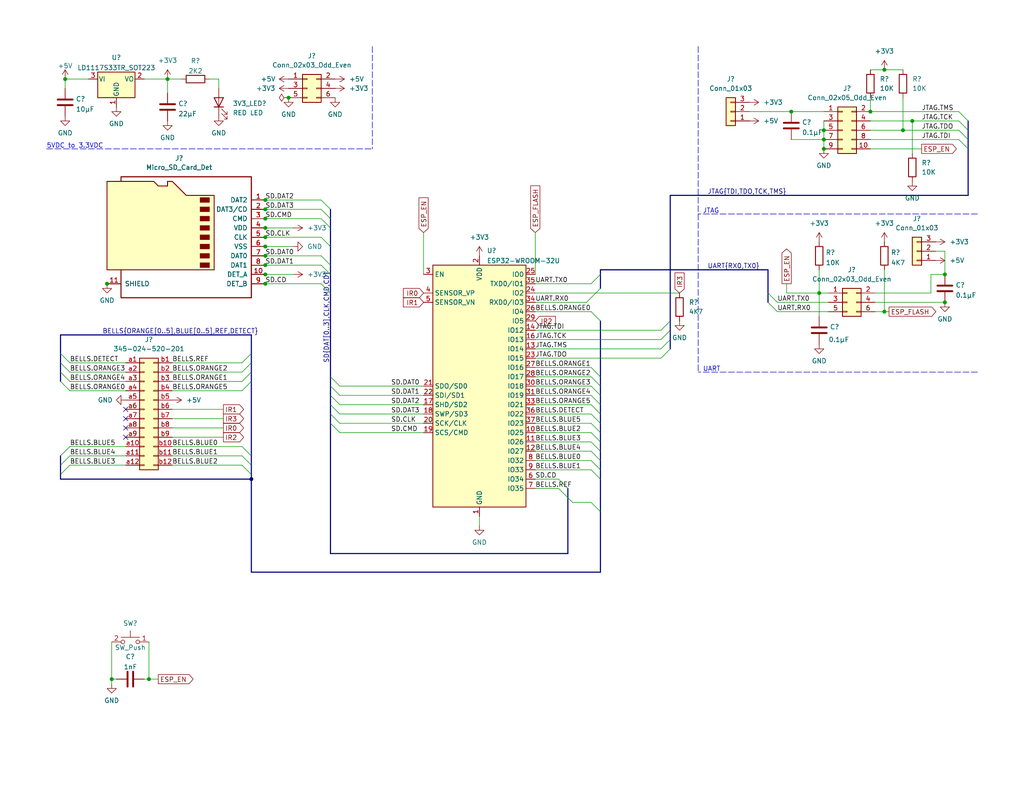
<source format=kicad_sch>
(kicad_sch (version 20211123) (generator eeschema)
  (paper "A")
  (title_block (title "ESP Carilloneur") (date "2022-12-23") (company "AGMLego"))
  (lib_symbols
    (symbol "Connector:Micro_SD_Card_Det" (pin_names (offset 1.016))
      (property "Reference" "J" (at -16.51 17.78 0))
      (property "Value" "Micro_SD_Card_Det" (at 16.51 17.78 0))
      (symbol "Micro_SD_Card_Det_0_1"
        (rectangle (start -7.62 -6.985) (end -5.08 -8.255) (fill (type outline)))
        (rectangle (start -7.62 -4.445) (end -5.08 -5.715) (fill (type outline)))
        (rectangle (start -7.62 -1.905) (end -5.08 -3.175) (fill (type outline)))
        (rectangle (start -7.62 0.635) (end -5.08 -0.635) (fill (type outline)))
        (rectangle (start -7.62 3.175) (end -5.08 1.905) (fill (type outline)))
        (rectangle (start -7.62 5.715) (end -5.08 4.445) (fill (type outline)))
        (rectangle (start -7.62 8.255) (end -5.08 6.985) (fill (type outline)))
        (rectangle (start -7.62 10.795) (end -5.08 9.525) (fill (type outline)))
        (polyline (pts (xy 16.51 15.24) (xy 16.51 16.51) (xy -19.05 16.51) (xy -19.05 -16.51) (xy 16.51 -16.51) (xy 16.51 -8.89)) (stroke (width 0.254)))
        (polyline (pts (xy -8.89 -8.89) (xy -8.89 11.43) (xy -1.27 11.43) (xy 2.54 15.24) (xy 3.81 15.24) (xy 3.81 13.97) (xy 6.35 13.97) (xy 7.62 15.24) (xy 20.32 15.24) (xy 20.32 -8.89) (xy -8.89 -8.89)) (stroke (width 0.254)) (fill (type background)))
      )
      (symbol "Micro_SD_Card_Det_1_1"
        (pin bidirectional line (at -22.86 10.16 0) (length 3.81) (name "DAT2") (number "1"))
        (pin passive line (at -22.86 -10.16 0) (length 3.81) (name "DET_A") (number "10"))
        (pin passive line (at 20.32 -12.7 180) (length 3.81) (name "SHIELD") (number "11"))
        (pin bidirectional line (at -22.86 7.62 0) (length 3.81) (name "DAT3/CD") (number "2"))
        (pin input line (at -22.86 5.08 0) (length 3.81) (name "CMD") (number "3"))
        (pin power_in line (at -22.86 2.54 0) (length 3.81) (name "VDD") (number "4"))
        (pin input line (at -22.86 0 0) (length 3.81) (name "CLK") (number "5"))
        (pin power_in line (at -22.86 -2.54 0) (length 3.81) (name "VSS") (number "6"))
        (pin bidirectional line (at -22.86 -5.08 0) (length 3.81) (name "DAT0") (number "7"))
        (pin bidirectional line (at -22.86 -7.62 0) (length 3.81) (name "DAT1") (number "8"))
        (pin passive line (at -22.86 -12.7 0) (length 3.81) (name "DET_B") (number "9"))
      )
    )
    (symbol "Connector_Generic:Conn_01x03" (pin_names (offset 1.016) hide)
      (property "Reference" "J" (at 0 5.08 0))
      (property "Value" "Conn_01x03" (at 0 -5.08 0))
      (symbol "Conn_01x03_1_1"
        (rectangle (start -1.27 -2.413) (end 0 -2.667) (stroke (width 0.1524)))
        (rectangle (start -1.27 0.127) (end 0 -0.127) (stroke (width 0.1524)))
        (rectangle (start -1.27 2.667) (end 0 2.413) (stroke (width 0.1524)))
        (rectangle (start -1.27 3.81) (end 1.27 -3.81) (stroke (width 0.254)) (fill (type background)))
        (pin passive line (at -5.08 2.54 0) (length 3.81) (name "Pin_1") (number "1"))
        (pin passive line (at -5.08 0 0) (length 3.81) (name "Pin_2") (number "2"))
        (pin passive line (at -5.08 -2.54 0) (length 3.81) (name "Pin_3") (number "3"))
      )
    )
    (symbol "Connector_Generic:Conn_02x03_Odd_Even" (pin_names (offset 1.016) hide)
      (property "Reference" "J" (at 1.27 5.08 0))
      (property "Value" "Conn_02x03_Odd_Even" (at 1.27 -5.08 0))
      (symbol "Conn_02x03_Odd_Even_1_1"
        (rectangle (start -1.27 -2.413) (end 0 -2.667) (stroke (width 0.1524)))
        (rectangle (start -1.27 0.127) (end 0 -0.127) (stroke (width 0.1524)))
        (rectangle (start -1.27 2.667) (end 0 2.413) (stroke (width 0.1524)))
        (rectangle (start -1.27 3.81) (end 3.81 -3.81) (stroke (width 0.254)) (fill (type background)))
        (rectangle (start 3.81 -2.413) (end 2.54 -2.667) (stroke (width 0.1524)))
        (rectangle (start 3.81 0.127) (end 2.54 -0.127) (stroke (width 0.1524)))
        (rectangle (start 3.81 2.667) (end 2.54 2.413) (stroke (width 0.1524)))
        (pin passive line (at -5.08 2.54 0) (length 3.81) (name "Pin_1") (number "1"))
        (pin passive line (at 7.62 2.54 180) (length 3.81) (name "Pin_2") (number "2"))
        (pin passive line (at -5.08 0 0) (length 3.81) (name "Pin_3") (number "3"))
        (pin passive line (at 7.62 0 180) (length 3.81) (name "Pin_4") (number "4"))
        (pin passive line (at -5.08 -2.54 0) (length 3.81) (name "Pin_5") (number "5"))
        (pin passive line (at 7.62 -2.54 180) (length 3.81) (name "Pin_6") (number "6"))
      )
    )
    (symbol "Connector_Generic:Conn_02x05_Odd_Even" (pin_names (offset 1.016) hide)
      (property "Reference" "J" (at 1.27 7.62 0))
      (property "Value" "Conn_02x05_Odd_Even" (at 1.27 -7.62 0))
      (symbol "Conn_02x05_Odd_Even_1_1"
        (rectangle (start -1.27 -4.953) (end 0 -5.207) (stroke (width 0.1524)))
        (rectangle (start -1.27 -2.413) (end 0 -2.667) (stroke (width 0.1524)))
        (rectangle (start -1.27 0.127) (end 0 -0.127) (stroke (width 0.1524)))
        (rectangle (start -1.27 2.667) (end 0 2.413) (stroke (width 0.1524)))
        (rectangle (start -1.27 5.207) (end 0 4.953) (stroke (width 0.1524)))
        (rectangle (start -1.27 6.35) (end 3.81 -6.35) (stroke (width 0.254)) (fill (type background)))
        (rectangle (start 3.81 -4.953) (end 2.54 -5.207) (stroke (width 0.1524)))
        (rectangle (start 3.81 -2.413) (end 2.54 -2.667) (stroke (width 0.1524)))
        (rectangle (start 3.81 0.127) (end 2.54 -0.127) (stroke (width 0.1524)))
        (rectangle (start 3.81 2.667) (end 2.54 2.413) (stroke (width 0.1524)))
        (rectangle (start 3.81 5.207) (end 2.54 4.953) (stroke (width 0.1524)))
        (pin passive line (at -5.08 5.08 0) (length 3.81) (name "Pin_1") (number "1"))
        (pin passive line (at 7.62 -5.08 180) (length 3.81) (name "Pin_10") (number "10"))
        (pin passive line (at 7.62 5.08 180) (length 3.81) (name "Pin_2") (number "2"))
        (pin passive line (at -5.08 2.54 0) (length 3.81) (name "Pin_3") (number "3"))
        (pin passive line (at 7.62 2.54 180) (length 3.81) (name "Pin_4") (number "4"))
        (pin passive line (at -5.08 0 0) (length 3.81) (name "Pin_5") (number "5"))
        (pin passive line (at 7.62 0 180) (length 3.81) (name "Pin_6") (number "6"))
        (pin passive line (at -5.08 -2.54 0) (length 3.81) (name "Pin_7") (number "7"))
        (pin passive line (at 7.62 -2.54 180) (length 3.81) (name "Pin_8") (number "8"))
        (pin passive line (at -5.08 -5.08 0) (length 3.81) (name "Pin_9") (number "9"))
      )
    )
    (symbol "Connector_Generic:Conn_02x12_Row_Letter_First" (pin_names (offset 1.016) hide)
      (property "Reference" "J" (at 1.27 15.24 0))
      (property "Value" "Conn_02x12_Row_Letter_First" (at 1.27 -17.78 0))
      (symbol "Conn_02x12_Row_Letter_First_1_1"
        (rectangle (start -1.27 -15.113) (end 0 -15.367) (stroke (width 0.1524)))
        (rectangle (start -1.27 -12.573) (end 0 -12.827) (stroke (width 0.1524)))
        (rectangle (start -1.27 -10.033) (end 0 -10.287) (stroke (width 0.1524)))
        (rectangle (start -1.27 -7.493) (end 0 -7.747) (stroke (width 0.1524)))
        (rectangle (start -1.27 -4.953) (end 0 -5.207) (stroke (width 0.1524)))
        (rectangle (start -1.27 -2.413) (end 0 -2.667) (stroke (width 0.1524)))
        (rectangle (start -1.27 0.127) (end 0 -0.127) (stroke (width 0.1524)))
        (rectangle (start -1.27 2.667) (end 0 2.413) (stroke (width 0.1524)))
        (rectangle (start -1.27 5.207) (end 0 4.953) (stroke (width 0.1524)))
        (rectangle (start -1.27 7.747) (end 0 7.493) (stroke (width 0.1524)))
        (rectangle (start -1.27 10.287) (end 0 10.033) (stroke (width 0.1524)))
        (rectangle (start -1.27 12.827) (end 0 12.573) (stroke (width 0.1524)))
        (rectangle (start -1.27 13.97) (end 3.81 -16.51) (stroke (width 0.254)) (fill (type background)))
        (rectangle (start 3.81 -15.113) (end 2.54 -15.367) (stroke (width 0.1524)))
        (rectangle (start 3.81 -12.573) (end 2.54 -12.827) (stroke (width 0.1524)))
        (rectangle (start 3.81 -10.033) (end 2.54 -10.287) (stroke (width 0.1524)))
        (rectangle (start 3.81 -7.493) (end 2.54 -7.747) (stroke (width 0.1524)))
        (rectangle (start 3.81 -4.953) (end 2.54 -5.207) (stroke (width 0.1524)))
        (rectangle (start 3.81 -2.413) (end 2.54 -2.667) (stroke (width 0.1524)))
        (rectangle (start 3.81 0.127) (end 2.54 -0.127) (stroke (width 0.1524)))
        (rectangle (start 3.81 2.667) (end 2.54 2.413) (stroke (width 0.1524)))
        (rectangle (start 3.81 5.207) (end 2.54 4.953) (stroke (width 0.1524)))
        (rectangle (start 3.81 7.747) (end 2.54 7.493) (stroke (width 0.1524)))
        (rectangle (start 3.81 10.287) (end 2.54 10.033) (stroke (width 0.1524)))
        (rectangle (start 3.81 12.827) (end 2.54 12.573) (stroke (width 0.1524)))
        (pin passive line (at -5.08 12.7 0) (length 3.81) (name "Pin_a1") (number "a1"))
        (pin passive line (at -5.08 -10.16 0) (length 3.81) (name "Pin_a10") (number "a10"))
        (pin passive line (at -5.08 -12.7 0) (length 3.81) (name "Pin_a11") (number "a11"))
        (pin passive line (at -5.08 -15.24 0) (length 3.81) (name "Pin_a12") (number "a12"))
        (pin passive line (at -5.08 10.16 0) (length 3.81) (name "Pin_a2") (number "a2"))
        (pin passive line (at -5.08 7.62 0) (length 3.81) (name "Pin_a3") (number "a3"))
        (pin passive line (at -5.08 5.08 0) (length 3.81) (name "Pin_a4") (number "a4"))
        (pin passive line (at -5.08 2.54 0) (length 3.81) (name "Pin_a5") (number "a5"))
        (pin passive line (at -5.08 0 0) (length 3.81) (name "Pin_a6") (number "a6"))
        (pin passive line (at -5.08 -2.54 0) (length 3.81) (name "Pin_a7") (number "a7"))
        (pin passive line (at -5.08 -5.08 0) (length 3.81) (name "Pin_a8") (number "a8"))
        (pin passive line (at -5.08 -7.62 0) (length 3.81) (name "Pin_a9") (number "a9"))
        (pin passive line (at 7.62 12.7 180) (length 3.81) (name "Pin_b1") (number "b1"))
        (pin passive line (at 7.62 -10.16 180) (length 3.81) (name "Pin_b10") (number "b10"))
        (pin passive line (at 7.62 -12.7 180) (length 3.81) (name "Pin_b11") (number "b11"))
        (pin passive line (at 7.62 -15.24 180) (length 3.81) (name "Pin_b12") (number "b12"))
        (pin passive line (at 7.62 10.16 180) (length 3.81) (name "Pin_b2") (number "b2"))
        (pin passive line (at 7.62 7.62 180) (length 3.81) (name "Pin_b3") (number "b3"))
        (pin passive line (at 7.62 5.08 180) (length 3.81) (name "Pin_b4") (number "b4"))
        (pin passive line (at 7.62 2.54 180) (length 3.81) (name "Pin_b5") (number "b5"))
        (pin passive line (at 7.62 0 180) (length 3.81) (name "Pin_b6") (number "b6"))
        (pin passive line (at 7.62 -2.54 180) (length 3.81) (name "Pin_b7") (number "b7"))
        (pin passive line (at 7.62 -5.08 180) (length 3.81) (name "Pin_b8") (number "b8"))
        (pin passive line (at 7.62 -7.62 180) (length 3.81) (name "Pin_b9") (number "b9"))
      )
    )
    (symbol "Device:C" (pin_numbers hide) (pin_names (offset 0.254))
      (property "Reference" "C" (at 0.635 2.54 0))
      (property "Value" "C" (at 0.635 -2.54 0))
      (symbol "C_0_1"
        (polyline (pts (xy -2.032 -0.762) (xy 2.032 -0.762)) (stroke (width 0.508)))
        (polyline (pts (xy -2.032 0.762) (xy 2.032 0.762)) (stroke (width 0.508)))
      )
      (symbol "C_1_1"
        (pin passive line (at 0 3.81 270) (length 2.794) (name "~") (number "1"))
        (pin passive line (at 0 -3.81 90) (length 2.794) (name "~") (number "2"))
      )
    )
    (symbol "Device:LED" (pin_numbers hide) (pin_names (offset 1.016) hide)
      (property "Reference" "D" (at 0 2.54 0))
      (property "Value" "LED" (at 0 -2.54 0))
      (symbol "LED_0_1"
        (polyline (pts (xy -1.27 -1.27) (xy -1.27 1.27)) (stroke (width 0.254)))
        (polyline (pts (xy -1.27 0) (xy 1.27 0)))
        (polyline (pts (xy 1.27 -1.27) (xy 1.27 1.27) (xy -1.27 0) (xy 1.27 -1.27)) (stroke (width 0.254)))
        (polyline (pts (xy -3.048 -0.762) (xy -4.572 -2.286) (xy -3.81 -2.286) (xy -4.572 -2.286) (xy -4.572 -1.524)))
        (polyline (pts (xy -1.778 -0.762) (xy -3.302 -2.286) (xy -2.54 -2.286) (xy -3.302 -2.286) (xy -3.302 -1.524)))
      )
      (symbol "LED_1_1"
        (pin passive line (at -3.81 0 0) (length 2.54) (name "K") (number "1"))
        (pin passive line (at 3.81 0 180) (length 2.54) (name "A") (number "2"))
      )
    )
    (symbol "Device:R" (pin_numbers hide) (pin_names (offset 0))
      (property "Reference" "R" (at 2.032 0 90))
      (property "Value" "R" (at 0 0 90))
      (symbol "R_0_1"
        (rectangle (start -1.016 -2.54) (end 1.016 2.54) (stroke (width 0.254)))
      )
      (symbol "R_1_1"
        (pin passive line (at 0 3.81 270) (length 1.27) (name "~") (number "1"))
        (pin passive line (at 0 -3.81 90) (length 1.27) (name "~") (number "2"))
      )
    )
    (symbol "RF_Module:ESP32-WROOM-32U"
      (property "Reference" "U" (at -12.7 34.29 0))
      (property "Value" "ESP32-WROOM-32U" (at 1.27 34.29 0))
      (symbol "ESP32-WROOM-32U_0_1"
        (rectangle (start -12.7 33.02) (end 12.7 -33.02) (stroke (width 0.254)) (fill (type background)))
      )
      (symbol "ESP32-WROOM-32U_1_1"
        (pin power_in line (at 0 -35.56 90) (length 2.54) (name "GND") (number "1"))
        (pin bidirectional line (at 15.24 -12.7 180) (length 2.54) (name "IO25") (number "10"))
        (pin bidirectional line (at 15.24 -15.24 180) (length 2.54) (name "IO26") (number "11"))
        (pin bidirectional line (at 15.24 -17.78 180) (length 2.54) (name "IO27") (number "12"))
        (pin bidirectional line (at 15.24 10.16 180) (length 2.54) (name "IO14") (number "13"))
        (pin bidirectional line (at 15.24 15.24 180) (length 2.54) (name "IO12") (number "14"))
        (pin passive line (at 0 -35.56 90) (length 2.54) hide (name "GND") (number "15"))
        (pin bidirectional line (at 15.24 12.7 180) (length 2.54) (name "IO13") (number "16"))
        (pin bidirectional line (at -15.24 -5.08 0) (length 2.54) (name "SHD/SD2") (number "17"))
        (pin bidirectional line (at -15.24 -7.62 0) (length 2.54) (name "SWP/SD3") (number "18"))
        (pin bidirectional line (at -15.24 -12.7 0) (length 2.54) (name "SCS/CMD") (number "19"))
        (pin power_in line (at 0 35.56 270) (length 2.54) (name "VDD") (number "2"))
        (pin bidirectional line (at -15.24 -10.16 0) (length 2.54) (name "SCK/CLK") (number "20"))
        (pin bidirectional line (at -15.24 0 0) (length 2.54) (name "SDO/SD0") (number "21"))
        (pin bidirectional line (at -15.24 -2.54 0) (length 2.54) (name "SDI/SD1") (number "22"))
        (pin bidirectional line (at 15.24 7.62 180) (length 2.54) (name "IO15") (number "23"))
        (pin bidirectional line (at 15.24 25.4 180) (length 2.54) (name "IO2") (number "24"))
        (pin bidirectional line (at 15.24 30.48 180) (length 2.54) (name "IO0") (number "25"))
        (pin bidirectional line (at 15.24 20.32 180) (length 2.54) (name "IO4") (number "26"))
        (pin bidirectional line (at 15.24 5.08 180) (length 2.54) (name "IO16") (number "27"))
        (pin bidirectional line (at 15.24 2.54 180) (length 2.54) (name "IO17") (number "28"))
        (pin bidirectional line (at 15.24 17.78 180) (length 2.54) (name "IO5") (number "29"))
        (pin input line (at -15.24 30.48 0) (length 2.54) (name "EN") (number "3"))
        (pin bidirectional line (at 15.24 0 180) (length 2.54) (name "IO18") (number "30"))
        (pin bidirectional line (at 15.24 -2.54 180) (length 2.54) (name "IO19") (number "31"))
        (pin no_connect line (at -12.7 -27.94 0) (length 2.54) hide (name "NC") (number "32"))
        (pin bidirectional line (at 15.24 -5.08 180) (length 2.54) (name "IO21") (number "33"))
        (pin bidirectional line (at 15.24 22.86 180) (length 2.54) (name "RXD0/IO3") (number "34"))
        (pin bidirectional line (at 15.24 27.94 180) (length 2.54) (name "TXD0/IO1") (number "35"))
        (pin bidirectional line (at 15.24 -7.62 180) (length 2.54) (name "IO22") (number "36"))
        (pin bidirectional line (at 15.24 -10.16 180) (length 2.54) (name "IO23") (number "37"))
        (pin passive line (at 0 -35.56 90) (length 2.54) hide (name "GND") (number "38"))
        (pin passive line (at 0 -35.56 90) (length 2.54) hide (name "GND") (number "39"))
        (pin input line (at -15.24 25.4 0) (length 2.54) (name "SENSOR_VP") (number "4"))
        (pin input line (at -15.24 22.86 0) (length 2.54) (name "SENSOR_VN") (number "5"))
        (pin input line (at 15.24 -25.4 180) (length 2.54) (name "IO34") (number "6"))
        (pin input line (at 15.24 -27.94 180) (length 2.54) (name "IO35") (number "7"))
        (pin bidirectional line (at 15.24 -20.32 180) (length 2.54) (name "IO32") (number "8"))
        (pin bidirectional line (at 15.24 -22.86 180) (length 2.54) (name "IO33") (number "9"))
      )
    )
    (symbol "Regulator_Linear:LD1117S33TR_SOT223" (pin_names (offset 0.254))
      (property "Reference" "U" (at -3.81 3.175 0))
      (property "Value" "LD1117S33TR_SOT223" (at 0 3.175 0))
      (symbol "LD1117S33TR_SOT223_0_1"
        (rectangle (start -5.08 -5.08) (end 5.08 1.905) (stroke (width 0.254)) (fill (type background)))
      )
      (symbol "LD1117S33TR_SOT223_1_1"
        (pin power_in line (at 0 -7.62 90) (length 2.54) (name "GND") (number "1"))
        (pin power_out line (at 7.62 0 180) (length 2.54) (name "VO") (number "2"))
        (pin power_in line (at -7.62 0 0) (length 2.54) (name "VI") (number "3"))
      )
    )
    (symbol "Switch:SW_Push" (pin_names (offset 1.016) hide)
      (property "Reference" "SW" (at 1.27 2.54 0))
      (property "Value" "SW_Push" (at 0 -1.524 0))
      (symbol "SW_Push_0_1"
        (circle (center -2.032 0) (radius 0.508))
        (polyline (pts (xy 0 1.27) (xy 0 3.048)))
        (polyline (pts (xy 2.54 1.27) (xy -2.54 1.27)))
        (circle (center 2.032 0) (radius 0.508))
        (pin passive line (at -5.08 0 0) (length 2.54) (name "1") (number "1"))
        (pin passive line (at 5.08 0 180) (length 2.54) (name "2") (number "2"))
      )
    )
    (symbol "power:+3V3" (power) (pin_names (offset 0))
      (property "Value" "+3V3" (at 0 3.556 0))
      (symbol "+3V3_0_1"
        (polyline (pts (xy -0.762 1.27) (xy 0 2.54)))
        (polyline (pts (xy 0 0) (xy 0 2.54)))
        (polyline (pts (xy 0 2.54) (xy 0.762 1.27)))
      )
      (symbol "+3V3_1_1"
        (pin power_in line (at 0 0 90) (length 0) hide (name "+3V3") (number "1"))
      )
    )
    (symbol "power:+5V" (power) (pin_names (offset 0))
      (property "Value" "+5V" (at 0 3.556 0))
      (symbol "+5V_0_1"
        (polyline (pts (xy -0.762 1.27) (xy 0 2.54)))
        (polyline (pts (xy 0 0) (xy 0 2.54)))
        (polyline (pts (xy 0 2.54) (xy 0.762 1.27)))
      )
      (symbol "+5V_1_1"
        (pin power_in line (at 0 0 90) (length 0) hide (name "+5V") (number "1"))
      )
    )
    (symbol "power:GND" (power) (pin_names (offset 0))
      (property "Value" "GND" (at 0 -3.81 0))
      (symbol "GND_0_1"
        (polyline (pts (xy 0 0) (xy 0 -1.27) (xy 1.27 -1.27) (xy 0 -2.54) (xy -1.27 -1.27) (xy 0 -1.27)))
      )
      (symbol "GND_1_1"
        (pin power_in line (at 0 0 270) (length 0) hide (name "GND") (number "1"))
      )
    )
    (symbol "power:PWR_FLAG" (power) (pin_numbers hide) (pin_names (offset 0) hide)
      (property "Value" "PWR_FLAG" (at 0 3.81 0))
      (symbol "PWR_FLAG_0_0"
        (pin power_out line (at 0 0 90) (length 0) (name "pwr") (number "1"))
      )
      (symbol "PWR_FLAG_0_1"
        (polyline (pts (xy 0 0) (xy 0 1.27) (xy -1.016 1.905) (xy 0 2.54) (xy 1.016 1.905) (xy 0 1.27)))
      )
    )
  )
  (junction (at 223.52 80.01))
  (junction (at 72.39 62.23))
  (junction (at 72.39 64.77))
  (junction (at 257.81 82.55))
  (junction (at 248.92 33.02))
  (junction (at 30.48 185.42))
  (junction (at 246.38 35.56))
  (junction (at 241.3 85.09))
  (junction (at 72.39 67.31))
  (junction (at 215.9 30.48))
  (junction (at 72.39 69.85))
  (junction (at 45.72 21.59))
  (junction (at 68.58 130.81))
  (junction (at 224.79 40.64))
  (junction (at 237.49 30.48))
  (junction (at 72.39 59.69))
  (junction (at 257.81 74.93))
  (junction (at 72.39 72.39))
  (junction (at 78.74 26.67))
  (junction (at 72.39 57.15))
  (junction (at 72.39 77.47))
  (junction (at 72.39 74.93))
  (junction (at 72.39 54.61))
  (junction (at 17.78 21.59))
  (junction (at 224.79 35.56))
  (junction (at 241.3 19.05))
  (junction (at 29.21 77.47))
  (junction (at 40.64 185.42))
  (junction (at 224.79 38.1))
  (no_connect (at 34.29 114.3))
  (no_connect (at 34.29 111.76))
  (no_connect (at 34.29 116.84))
  (no_connect (at 34.29 119.38))
  (bus_entry (at 163.83 139.7) (size -2.54 -2.54))
  (bus_entry (at 90.17 107.95) (size 2.54 2.54))
  (bus_entry (at 182.88 90.17) (size -2.54 2.54))
  (bus_entry (at 182.88 87.63) (size -2.54 2.54))
  (bus_entry (at 182.88 92.71) (size -2.54 2.54))
  (bus_entry (at 182.88 95.25) (size -2.54 2.54))
  (bus_entry (at 163.83 105.41) (size -2.54 -2.54))
  (bus_entry (at 68.58 101.6) (size -2.54 2.54))
  (bus_entry (at 90.17 74.93) (size -2.54 -2.54))
  (bus_entry (at 163.83 130.81) (size -2.54 -2.54))
  (bus_entry (at 90.17 115.57) (size 2.54 2.54))
  (bus_entry (at 163.83 107.95) (size -2.54 -2.54))
  (bus_entry (at 90.17 72.39) (size -2.54 -2.54))
  (bus_entry (at 163.83 118.11) (size -2.54 -2.54))
  (bus_entry (at 90.17 110.49) (size 2.54 2.54))
  (bus_entry (at 163.83 128.27) (size -2.54 -2.54))
  (bus_entry (at 16.51 96.52) (size 2.54 2.54))
  (bus_entry (at 16.51 101.6) (size 2.54 2.54))
  (bus_entry (at 68.58 124.46) (size -2.54 -2.54))
  (bus_entry (at 90.17 113.03) (size 2.54 2.54))
  (bus_entry (at 209.55 82.55) (size 2.54 2.54))
  (bus_entry (at 68.58 129.54) (size -2.54 -2.54))
  (bus_entry (at 90.17 57.15) (size -2.54 -2.54))
  (bus_entry (at 16.51 127) (size 2.54 -2.54))
  (bus_entry (at 90.17 102.87) (size 2.54 2.54))
  (bus_entry (at 90.17 59.69) (size -2.54 -2.54))
  (bus_entry (at 16.51 124.46) (size 2.54 -2.54))
  (bus_entry (at 264.16 38.1) (size -2.54 -2.54))
  (bus_entry (at 163.83 113.03) (size -2.54 -2.54))
  (bus_entry (at 68.58 96.52) (size -2.54 2.54))
  (bus_entry (at 264.16 33.02) (size -2.54 -2.54))
  (bus_entry (at 264.16 35.56) (size -2.54 -2.54))
  (bus_entry (at 68.58 127) (size -2.54 -2.54))
  (bus_entry (at 163.83 123.19) (size -2.54 -2.54))
  (bus_entry (at 264.16 40.64) (size -2.54 -2.54))
  (bus_entry (at 16.51 104.14) (size 2.54 2.54))
  (bus_entry (at 68.58 99.06) (size -2.54 2.54))
  (bus_entry (at 90.17 62.23) (size -2.54 -2.54))
  (bus_entry (at 163.83 87.63) (size -2.54 -2.54))
  (bus_entry (at 163.83 115.57) (size -2.54 -2.54))
  (bus_entry (at 163.83 110.49) (size -2.54 -2.54))
  (bus_entry (at 90.17 80.01) (size -2.54 -2.54))
  (bus_entry (at 68.58 104.14) (size -2.54 2.54))
  (bus_entry (at 163.83 102.87) (size -2.54 -2.54))
  (bus_entry (at 163.83 74.93) (size -2.54 2.54))
  (bus_entry (at 163.83 125.73) (size -2.54 -2.54))
  (bus_entry (at 16.51 129.54) (size 2.54 -2.54))
  (bus_entry (at 163.83 120.65) (size -2.54 -2.54))
  (bus_entry (at 154.94 133.35) (size -2.54 -2.54))
  (bus_entry (at 16.51 99.06) (size 2.54 2.54))
  (bus_entry (at 163.83 78.74) (size -2.54 2.54))
  (bus_entry (at 209.55 80.01) (size 2.54 2.54))
  (bus_entry (at 90.17 67.31) (size -2.54 -2.54))
  (bus_entry (at 90.17 105.41) (size 2.54 2.54))
  (bus (pts (xy 163.83 115.57) (xy 163.83 118.11)))
  (wire (pts (xy 254 74.93) (xy 257.81 74.93)))
  (bus (pts (xy 90.17 72.39) (xy 90.17 74.93)))
  (polyline (pts (xy 12.7 40.64) (xy 101.6 40.64)))
  (wire (pts (xy 161.29 102.87) (xy 146.05 102.87)))
  (wire (pts (xy 92.71 118.11) (xy 115.57 118.11)))
  (wire (pts (xy 17.78 21.59) (xy 17.78 24.13)))
  (wire (pts (xy 146.05 63.5) (xy 146.05 74.93)))
  (wire (pts (xy 161.29 120.65) (xy 146.05 120.65)))
  (bus (pts (xy 16.51 101.6) (xy 16.51 99.06)))
  (wire (pts (xy 115.57 63.5) (xy 115.57 74.93)))
  (bus (pts (xy 90.17 62.23) (xy 90.17 67.31)))
  (wire (pts (xy 146.05 133.35) (xy 152.4 133.35)))
  (bus (pts (xy 16.51 129.54) (xy 16.51 130.81)))
  (bus (pts (xy 163.83 123.19) (xy 163.83 125.73)))
  (wire (pts (xy 87.63 77.47) (xy 72.39 77.47)))
  (wire (pts (xy 60.96 116.84) (xy 46.99 116.84)))
  (bus (pts (xy 182.88 90.17) (xy 182.88 92.71)))
  (wire (pts (xy 212.09 85.09) (xy 226.06 85.09)))
  (wire (pts (xy 92.71 115.57) (xy 115.57 115.57)))
  (wire (pts (xy 87.63 57.15) (xy 72.39 57.15)))
  (bus (pts (xy 163.83 113.03) (xy 163.83 115.57)))
  (wire (pts (xy 46.99 104.14) (xy 66.04 104.14)))
  (wire (pts (xy 19.05 127) (xy 34.29 127)))
  (wire (pts (xy 237.49 33.02) (xy 248.92 33.02)))
  (wire (pts (xy 257.81 68.58) (xy 257.81 74.93)))
  (wire (pts (xy 185.42 80.01) (xy 146.05 80.01)))
  (bus (pts (xy 90.17 115.57) (xy 90.17 151.13)))
  (wire (pts (xy 224.79 38.1) (xy 224.79 40.64)))
  (wire (pts (xy 212.09 82.55) (xy 226.06 82.55)))
  (wire (pts (xy 161.29 81.28) (xy 160.02 82.55)))
  (wire (pts (xy 161.29 128.27) (xy 146.05 128.27)))
  (polyline (pts (xy 190.5 12.7) (xy 190.5 58.42)))
  (bus (pts (xy 68.58 96.52) (xy 68.58 99.06)))
  (bus (pts (xy 16.51 99.06) (xy 16.51 96.52)))
  (wire (pts (xy 59.69 24.13) (xy 59.69 21.59)))
  (bus (pts (xy 209.55 80.01) (xy 209.55 82.55)))
  (wire (pts (xy 19.05 99.06) (xy 34.29 99.06)))
  (wire (pts (xy 241.3 73.66) (xy 241.3 85.09)))
  (bus (pts (xy 16.51 104.14) (xy 16.51 101.6)))
  (wire (pts (xy 87.63 72.39) (xy 72.39 72.39)))
  (wire (pts (xy 66.04 99.06) (xy 46.99 99.06)))
  (wire (pts (xy 30.48 185.42) (xy 30.48 186.69)))
  (wire (pts (xy 161.29 105.41) (xy 146.05 105.41)))
  (wire (pts (xy 87.63 54.61) (xy 72.39 54.61)))
  (bus (pts (xy 68.58 156.21) (xy 163.83 156.21)))
  (bus (pts (xy 264.16 33.02) (xy 264.16 35.56)))
  (wire (pts (xy 80.01 67.31) (xy 72.39 67.31)))
  (wire (pts (xy 214.63 77.47) (xy 214.63 80.01)))
  (wire (pts (xy 161.29 85.09) (xy 146.05 85.09)))
  (wire (pts (xy 246.38 35.56) (xy 261.62 35.56)))
  (bus (pts (xy 163.83 128.27) (xy 163.83 130.81)))
  (wire (pts (xy 19.05 124.46) (xy 34.29 124.46)))
  (wire (pts (xy 223.52 86.36) (xy 223.52 80.01)))
  (wire (pts (xy 46.99 124.46) (xy 66.04 124.46)))
  (wire (pts (xy 19.05 104.14) (xy 34.29 104.14)))
  (wire (pts (xy 146.05 97.79) (xy 180.34 97.79)))
  (wire (pts (xy 46.99 106.68) (xy 66.04 106.68)))
  (wire (pts (xy 214.63 80.01) (xy 223.52 80.01)))
  (wire (pts (xy 223.52 80.01) (xy 226.06 80.01)))
  (wire (pts (xy 223.52 73.66) (xy 223.52 80.01)))
  (bus (pts (xy 264.16 38.1) (xy 264.16 40.64)))
  (wire (pts (xy 80.01 62.23) (xy 72.39 62.23)))
  (wire (pts (xy 46.99 121.92) (xy 66.04 121.92)))
  (bus (pts (xy 163.83 139.7) (xy 163.83 156.21)))
  (wire (pts (xy 39.37 185.42) (xy 40.64 185.42)))
  (bus (pts (xy 68.58 91.44) (xy 68.58 96.52)))
  (wire (pts (xy 161.29 110.49) (xy 146.05 110.49)))
  (wire (pts (xy 161.29 123.19) (xy 146.05 123.19)))
  (wire (pts (xy 49.53 21.59) (xy 45.72 21.59)))
  (bus (pts (xy 68.58 130.81) (xy 68.58 156.21)))
  (bus (pts (xy 68.58 129.54) (xy 68.58 130.81)))
  (wire (pts (xy 161.29 137.16) (xy 156.21 137.16)))
  (bus (pts (xy 182.88 53.34) (xy 264.16 53.34)))
  (polyline (pts (xy 101.6 12.7) (xy 101.6 40.64)))
  (wire (pts (xy 161.29 115.57) (xy 146.05 115.57)))
  (bus (pts (xy 209.55 73.66) (xy 163.83 73.66)))
  (bus (pts (xy 68.58 99.06) (xy 68.58 101.6)))
  (wire (pts (xy 215.9 38.1) (xy 224.79 38.1)))
  (bus (pts (xy 90.17 110.49) (xy 90.17 113.03)))
  (wire (pts (xy 87.63 64.77) (xy 72.39 64.77)))
  (bus (pts (xy 16.51 124.46) (xy 16.51 127)))
  (wire (pts (xy 60.96 114.3) (xy 46.99 114.3)))
  (wire (pts (xy 152.4 133.35) (xy 156.21 137.16)))
  (bus (pts (xy 154.94 133.35) (xy 154.94 151.13)))
  (bus (pts (xy 90.17 74.93) (xy 90.17 80.01)))
  (bus (pts (xy 90.17 151.13) (xy 154.94 151.13)))
  (bus (pts (xy 163.83 118.11) (xy 163.83 120.65)))
  (wire (pts (xy 248.92 33.02) (xy 261.62 33.02)))
  (bus (pts (xy 264.16 35.56) (xy 264.16 38.1)))
  (wire (pts (xy 238.76 82.55) (xy 257.81 82.55)))
  (wire (pts (xy 161.29 113.03) (xy 146.05 113.03)))
  (wire (pts (xy 19.05 121.92) (xy 34.29 121.92)))
  (wire (pts (xy 40.64 185.42) (xy 43.18 185.42)))
  (wire (pts (xy 130.81 140.97) (xy 130.81 143.51)))
  (wire (pts (xy 161.29 107.95) (xy 146.05 107.95)))
  (wire (pts (xy 237.49 19.05) (xy 241.3 19.05)))
  (wire (pts (xy 251.46 40.64) (xy 237.49 40.64)))
  (wire (pts (xy 161.29 100.33) (xy 146.05 100.33)))
  (wire (pts (xy 60.96 111.76) (xy 46.99 111.76)))
  (polyline (pts (xy 266.7 58.42) (xy 190.5 58.42)))
  (bus (pts (xy 209.55 73.66) (xy 209.55 80.01)))
  (wire (pts (xy 92.71 107.95) (xy 115.57 107.95)))
  (bus (pts (xy 163.83 87.63) (xy 163.83 102.87)))
  (wire (pts (xy 92.71 105.41) (xy 115.57 105.41)))
  (polyline (pts (xy 190.5 58.42) (xy 190.5 101.6)))
  (wire (pts (xy 40.64 175.26) (xy 40.64 185.42)))
  (bus (pts (xy 163.83 110.49) (xy 163.83 113.03)))
  (bus (pts (xy 163.83 107.95) (xy 163.83 110.49)))
  (wire (pts (xy 146.05 90.17) (xy 180.34 90.17)))
  (bus (pts (xy 264.16 40.64) (xy 264.16 53.34)))
  (wire (pts (xy 215.9 30.48) (xy 224.79 30.48)))
  (wire (pts (xy 46.99 127) (xy 66.04 127)))
  (wire (pts (xy 237.49 30.48) (xy 261.62 30.48)))
  (wire (pts (xy 30.48 175.26) (xy 30.48 185.42)))
  (bus (pts (xy 163.83 130.81) (xy 163.83 139.7)))
  (bus (pts (xy 163.83 120.65) (xy 163.83 123.19)))
  (bus (pts (xy 16.51 127) (xy 16.51 129.54)))
  (wire (pts (xy 238.76 80.01) (xy 254 80.01)))
  (bus (pts (xy 163.83 125.73) (xy 163.83 128.27)))
  (wire (pts (xy 59.69 21.59) (xy 57.15 21.59)))
  (wire (pts (xy 146.05 92.71) (xy 180.34 92.71)))
  (wire (pts (xy 19.05 101.6) (xy 34.29 101.6)))
  (bus (pts (xy 163.83 102.87) (xy 163.83 105.41)))
  (wire (pts (xy 204.47 30.48) (xy 215.9 30.48)))
  (bus (pts (xy 163.83 74.93) (xy 163.83 78.74)))
  (bus (pts (xy 68.58 130.81) (xy 16.51 130.81)))
  (wire (pts (xy 237.49 35.56) (xy 246.38 35.56)))
  (bus (pts (xy 68.58 101.6) (xy 68.58 104.14)))
  (bus (pts (xy 68.58 104.14) (xy 68.58 124.46)))
  (wire (pts (xy 45.72 21.59) (xy 45.72 25.4)))
  (wire (pts (xy 224.79 33.02) (xy 224.79 35.56)))
  (wire (pts (xy 146.05 95.25) (xy 180.34 95.25)))
  (bus (pts (xy 68.58 127) (xy 68.58 129.54)))
  (bus (pts (xy 182.88 87.63) (xy 182.88 90.17)))
  (wire (pts (xy 80.01 74.93) (xy 72.39 74.93)))
  (wire (pts (xy 152.4 130.81) (xy 146.05 130.81)))
  (wire (pts (xy 241.3 85.09) (xy 238.76 85.09)))
  (wire (pts (xy 87.63 69.85) (xy 72.39 69.85)))
  (wire (pts (xy 60.96 119.38) (xy 46.99 119.38)))
  (wire (pts (xy 161.29 118.11) (xy 146.05 118.11)))
  (wire (pts (xy 146.05 82.55) (xy 160.02 82.55)))
  (wire (pts (xy 254 80.01) (xy 254 74.93)))
  (wire (pts (xy 224.79 35.56) (xy 224.79 38.1)))
  (bus (pts (xy 90.17 80.01) (xy 90.17 102.87)))
  (wire (pts (xy 255.27 68.58) (xy 257.81 68.58)))
  (wire (pts (xy 92.71 110.49) (xy 115.57 110.49)))
  (wire (pts (xy 30.48 185.42) (xy 31.75 185.42)))
  (bus (pts (xy 90.17 57.15) (xy 90.17 59.69)))
  (wire (pts (xy 39.37 21.59) (xy 45.72 21.59)))
  (wire (pts (xy 19.05 106.68) (xy 34.29 106.68)))
  (wire (pts (xy 241.3 19.05) (xy 246.38 19.05)))
  (bus (pts (xy 16.51 96.52) (xy 16.51 91.44)))
  (wire (pts (xy 248.92 41.91) (xy 248.92 33.02)))
  (bus (pts (xy 90.17 102.87) (xy 90.17 105.41)))
  (bus (pts (xy 163.83 73.66) (xy 163.83 74.93)))
  (bus (pts (xy 90.17 113.03) (xy 90.17 115.57)))
  (wire (pts (xy 237.49 38.1) (xy 261.62 38.1)))
  (bus (pts (xy 182.88 87.63) (xy 182.88 53.34)))
  (bus (pts (xy 90.17 107.95) (xy 90.17 110.49)))
  (wire (pts (xy 237.49 30.48) (xy 237.49 26.67)))
  (bus (pts (xy 90.17 105.41) (xy 90.17 107.95)))
  (bus (pts (xy 90.17 59.69) (xy 90.17 62.23)))
  (wire (pts (xy 161.29 77.47) (xy 146.05 77.47)))
  (wire (pts (xy 24.13 21.59) (xy 17.78 21.59)))
  (wire (pts (xy 46.99 101.6) (xy 66.04 101.6)))
  (bus (pts (xy 68.58 124.46) (xy 68.58 127)))
  (wire (pts (xy 246.38 35.56) (xy 246.38 26.67)))
  (bus (pts (xy 163.83 105.41) (xy 163.83 107.95)))
  (bus (pts (xy 16.51 91.44) (xy 68.58 91.44)))
  (wire (pts (xy 241.3 85.09) (xy 242.57 85.09)))
  (wire (pts (xy 87.63 59.69) (xy 72.39 59.69)))
  (bus (pts (xy 90.17 67.31) (xy 90.17 72.39)))
  (polyline (pts (xy 266.7 101.6) (xy 190.5 101.6)))
  (bus (pts (xy 182.88 92.71) (xy 182.88 95.25)))
  (wire (pts (xy 161.29 125.73) (xy 146.05 125.73)))
  (wire (pts (xy 92.71 113.03) (xy 115.57 113.03)))
  (text "5VDC to 3.3VDC" (at 12.7 40.64 0) (effects (font (size 1.27 1.27)) (justify left bottom)))
  (text "JTAG" (at 191.77 58.42 0) (effects (font (size 1.27 1.27)) (justify left bottom)))
  (text "UART" (at 191.77 101.6 0) (effects (font (size 1.27 1.27)) (justify left bottom)))
  (label "SD.CD" (at 72.39 77.47 0))
  (label "SD.CMD" (at 106.68 118.11 0))
  (label "JTAG.TCK" (at 251.46 33.02 0))
  (label "BELLS.BLUE2" (at 46.99 127 0))
  (label "BELLS.ORANGE0" (at 146.05 85.09 0))
  (label "UART.RX0" (at 146.05 82.55 0))
  (label "BELLS.BLUE5" (at 19.05 121.92 0))
  (label "UART.TX0" (at 146.05 77.47 0))
  (label "BELLS.ORANGE2" (at 46.99 101.6 0))
  (label "BELLS.BLUE2" (at 146.05 118.11 0))
  (label "JTAG.TDO" (at 146.05 97.79 0))
  (label "BELLS.BLUE4" (at 19.05 124.46 0))
  (label "SD.DAT0" (at 106.68 105.41 0))
  (label "UART.RX0" (at 212.09 85.09 0))
  (label "BELLS.BLUE3" (at 146.05 120.65 0))
  (label "BELLS.BLUE1" (at 46.99 124.46 0))
  (label "JTAG.TMS" (at 146.05 95.25 0))
  (label "JTAG.TMS" (at 251.46 30.48 0))
  (label "BELLS.ORANGE3" (at 146.05 105.41 0))
  (label "BELLS{ORANGE[0..5],BLUE[0..5],REF,DETECT}" (at 27.94 91.44 0))
  (label "JTAG.TDO" (at 251.46 35.56 0))
  (label "BELLS.ORANGE4" (at 146.05 107.95 0))
  (label "SD.DAT3" (at 106.68 113.03 0))
  (label "BELLS.DETECT" (at 19.05 99.06 0))
  (label "JTAG.TDI" (at 146.05 90.17 0))
  (label "SD.DAT2" (at 106.68 110.49 0))
  (label "SD.DAT3" (at 72.39 57.15 0))
  (label "SD.DAT0" (at 72.39 69.85 0))
  (label "BELLS.BLUE4" (at 146.05 123.19 0))
  (label "BELLS.ORANGE3" (at 19.05 101.6 0))
  (label "BELLS.DETECT" (at 146.05 113.03 0))
  (label "BELLS.ORANGE1" (at 46.99 104.14 0))
  (label "JTAG.TCK" (at 146.05 92.71 0))
  (label "BELLS.ORANGE2" (at 146.05 102.87 0))
  (label "UART{RX0,TX0}" (at 193.04 73.66 0))
  (label "BELLS.ORANGE4" (at 19.05 104.14 0))
  (label "SD.CMD" (at 72.39 59.69 0))
  (label "SD.DAT2" (at 72.39 54.61 0))
  (label "SD.DAT1" (at 72.39 72.39 0))
  (label "JTAG{TDI,TDO,TCK,TMS}" (at 193.04 53.34 0))
  (label "SD.CLK" (at 106.68 115.57 0))
  (label "BELLS.BLUE5" (at 146.05 115.57 0))
  (label "BELLS.BLUE3" (at 19.05 127 0))
  (label "BELLS.ORANGE5" (at 46.99 106.68 0))
  (label "SD.CLK" (at 72.39 64.77 0))
  (label "SD.DAT1" (at 106.68 107.95 0))
  (label "BELLS.BLUE1" (at 146.05 128.27 0))
  (label "UART.TX0" (at 212.09 82.55 0))
  (label "BELLS.ORANGE0" (at 19.05 106.68 0))
  (label "JTAG.TDI" (at 251.46 38.1 0))
  (label "BELLS.BLUE0" (at 146.05 125.73 0))
  (label "BELLS.REF" (at 146.05 133.35 0))
  (label "SD.CD" (at 146.05 130.81 0))
  (label "BELLS.ORANGE5" (at 146.05 110.49 0))
  (label "BELLS.BLUE0" (at 46.99 121.92 0))
  (label "BELLS.ORANGE1" (at 146.05 100.33 0))
  (label "BELLS.REF" (at 46.99 99.06 0))
  (label "SD{DAT[0..3],CLK,CMD,CD}" (at 90.17 99.06 90))
  (global_label "IR3" (shape input) (at 185.42 80.01 90) (property "Intersheet References" "${INTERSHEET_REFS}" (effects hide)))
  (global_label "ESP_EN" (shape output) (at 43.18 185.42 0) (property "Intersheet References" "${INTERSHEET_REFS}" (effects hide)))
  (global_label "IR1" (shape input) (at 115.57 82.55 180) (property "Intersheet References" "${INTERSHEET_REFS}" (effects hide)))
  (global_label "IR0" (shape output) (at 60.96 116.84 0) (property "Intersheet References" "${INTERSHEET_REFS}" (effects hide)))
  (global_label "IR3" (shape output) (at 60.96 114.3 0) (property "Intersheet References" "${INTERSHEET_REFS}" (effects hide)))
  (global_label "ESP_EN" (shape input) (at 115.57 63.5 90) (property "Intersheet References" "${INTERSHEET_REFS}" (effects hide)))
  (global_label "IR0" (shape input) (at 115.57 80.01 180) (property "Intersheet References" "${INTERSHEET_REFS}" (effects hide)))
  (global_label "ESP_EN" (shape output) (at 214.63 77.47 90) (property "Intersheet References" "${INTERSHEET_REFS}" (effects hide)))
  (global_label "ESP_FLASH" (shape input) (at 146.05 63.5 90) (property "Intersheet References" "${INTERSHEET_REFS}" (effects hide)))
  (global_label "IR1" (shape output) (at 60.96 111.76 0) (property "Intersheet References" "${INTERSHEET_REFS}" (effects hide)))
  (global_label "ESP_EN" (shape output) (at 251.46 40.64 0) (property "Intersheet References" "${INTERSHEET_REFS}" (effects hide)))
  (global_label "ESP_FLASH" (shape output) (at 242.57 85.09 0) (property "Intersheet References" "${INTERSHEET_REFS}" (effects hide)))
  (global_label "IR2" (shape input) (at 146.05 87.63 0) (property "Intersheet References" "${INTERSHEET_REFS}" (effects hide)))
  (global_label "IR2" (shape output) (at 60.96 119.38 0) (property "Intersheet References" "${INTERSHEET_REFS}" (effects hide)))
  (symbol (lib_id "Device:R") (at 237.49 22.86 180) (unit 1)
    (property "Reference" "R?" (at 240.03 21.5899 0) (effects (justify right)))
    (property "Value" "10K" (at 240.03 24.1299 0) (effects (justify right)))
    (property "Footprint" "Resistor_SMD:R_0603_1608Metric" (effects hide))
  )
  (symbol (lib_id "Device:R") (at 223.52 69.85 0) (unit 1)
    (property "Reference" "R?" (at 225.298 68.9415 0) (effects (justify left)))
    (property "Value" "10K" (at 225.298 71.7166 0) (effects (justify left)))
    (property "Footprint" "Resistor_SMD:R_0603_1608Metric" (effects hide))
  )
  (symbol (lib_id "Device:C") (at 45.72 29.21 0) (unit 1)
    (property "Reference" "C?" (at 48.641 28.3015 0) (effects (justify left)))
    (property "Value" "22µF" (at 48.641 31.0766 0) (effects (justify left)))
    (property "Footprint" "Capacitor_SMD:CP_Elec_4x4.5" (effects hide))
  )
  (symbol (lib_id "Device:C") (at 223.52 90.17 0) (unit 1)
    (property "Reference" "C?" (at 226.441 89.2615 0) (effects (justify left)))
    (property "Value" "0.1µF" (at 226.06 92.71 0) (effects (justify left)))
    (property "Footprint" "Capacitor_SMD:C_0603_1608Metric" (effects hide))
  )
  (symbol (lib_id "power:GND") (at 45.72 33.02 0) (unit 1)
    (property "Reference" "#PWR?" (effects hide))
    (property "Value" "GND" (at 45.72 37.5825 0))
  )
  (symbol (lib_id "power:GND") (at 80.01 67.31 90) (unit 1)
    (property "Reference" "#PWR?" (effects hide))
    (property "Value" "GND" (at 83.82 67.3099 90) (effects (justify right)))
  )
  (symbol (lib_id "Device:C") (at 17.78 27.94 0) (unit 1)
    (property "Reference" "C?" (at 20.701 27.0315 0) (effects (justify left)))
    (property "Value" "10µF" (at 20.701 29.8066 0) (effects (justify left)))
    (property "Footprint" "Capacitor_SMD:CP_Elec_4x4.5" (effects hide))
  )
  (symbol (lib_id "power:GND") (at 185.42 87.63 0) (unit 1)
    (property "Reference" "#PWR?" (effects hide))
    (property "Value" "GND" (at 185.42 92.1925 0))
  )
  (symbol (lib_id "power:GND") (at 78.74 26.67 0) (unit 1)
    (property "Reference" "#PWR?" (effects hide))
    (property "Value" "GND" (at 78.74 31.2325 0))
  )
  (symbol (lib_id "Device:R") (at 248.92 45.72 0) (unit 1)
    (property "Reference" "R?" (at 251.46 44.4499 0) (effects (justify left)))
    (property "Value" "10K" (at 251.46 46.9899 0) (effects (justify left)))
    (property "Footprint" "Resistor_SMD:R_0603_1608Metric" (effects hide))
  )
  (symbol (lib_id "power:GND") (at 257.81 82.55 0) (unit 1)
    (property "Reference" "#PWR?" (effects hide))
    (property "Value" "GND" (at 257.81 87.1125 0))
  )
  (symbol (lib_id "power:GND") (at 59.69 31.75 0) (unit 1)
    (property "Reference" "#PWR?" (effects hide))
    (property "Value" "GND" (at 59.69 36.3125 0))
  )
  (symbol (lib_id "Device:C") (at 215.9 34.29 0) (unit 1)
    (property "Reference" "C?" (at 218.821 33.3815 0) (effects (justify left)))
    (property "Value" "0.1µF" (at 218.821 36.1566 0) (effects (justify left)))
    (property "Footprint" "Capacitor_SMD:C_0603_1608Metric" (effects hide))
  )
  (symbol (lib_id "power:GND") (at 34.29 109.22 270) (unit 1)
    (property "Reference" "#PWR?" (effects hide))
    (property "Value" "GND" (at 26.67 109.22 90) (effects (justify left)))
  )
  (symbol (lib_id "Connector:Micro_SD_Card_Det") (at 49.53 64.77 0) (mirror y) (unit 1)
    (property "Reference" "J?" (at 48.895 43.18 0))
    (property "Value" "Micro_SD_Card_Det" (at 48.895 45.72 0))
    (property "Datasheet" "https://www.hirose.com/product/en/download_file/key_name/DM3/category/Catalog/doc_file_id/49662/?file_category_id=4&item_id=195&is_series=1" (effects hide))
  )
  (symbol (lib_id "power:+5V") (at 255.27 71.12 270) (unit 1)
    (property "Reference" "#PWR?" (effects hide))
    (property "Value" "+5V" (at 259.08 71.1199 90) (effects (justify left)))
  )
  (symbol (lib_id "Device:C") (at 35.56 185.42 90) (unit 1)
    (property "Reference" "C?" (at 35.56 179.2945 90))
    (property "Value" "1nF" (at 35.56 182.0696 90))
    (property "Footprint" "Capacitor_SMD:C_0603_1608Metric" (effects hide))
  )
  (symbol (lib_id "power:GND") (at 17.78 31.75 0) (unit 1)
    (property "Reference" "#PWR?" (effects hide))
    (property "Value" "GND" (at 17.78 36.3125 0))
  )
  (symbol (lib_id "power:GND") (at 130.81 143.51 0) (unit 1)
    (property "Reference" "#PWR?" (effects hide))
    (property "Value" "GND" (at 130.81 148.0725 0))
  )
  (symbol (lib_id "Connector_Generic:Conn_01x03") (at 250.19 68.58 180) (unit 1)
    (property "Reference" "J?" (at 250.19 59.69 0))
    (property "Value" "Conn_01x03" (at 250.19 62.23 0))
    (property "Footprint" "Connector_PinHeader_2.54mm:PinHeader_1x03_P2.54mm_Vertical_SMD_Pin1Left" (effects hide))
  )
  (symbol (lib_id "power:PWR_FLAG") (at 78.74 26.67 90) (unit 1)
    (property "Reference" "#FLG?" (effects hide))
    (property "Value" "PWR_FLAG" (effects hide))
  )
  (symbol (lib_id "Switch:SW_Push") (at 35.56 175.26 0) (mirror y) (unit 1)
    (property "Reference" "SW?" (at 35.56 170.18 0))
    (property "Value" "SW_Push" (at 35.56 176.784 0))
    (property "Footprint" "Button_Switch_THT:SW_Tactile_SPST_Angled_PTS645Vx39-2LFS" (effects hide))
  )
  (symbol (lib_id "Connector_Generic:Conn_02x12_Row_Letter_First") (at 39.37 111.76 0) (unit 1)
    (property "Reference" "J?" (at 40.64 92.71 0))
    (property "Value" "345-024-520-201" (at 40.64 95.25 0))
  )
  (symbol (lib_id "power:+3V3") (at 255.27 66.04 270) (unit 1)
    (property "Reference" "#PWR?" (effects hide))
    (property "Value" "+3V3" (at 259.08 66.0399 90) (effects (justify left)))
  )
  (symbol (lib_id "Device:R") (at 53.34 21.59 90) (unit 1)
    (property "Reference" "R?" (at 53.34 16.6075 90))
    (property "Value" "2K2" (at 53.34 19.3826 90))
    (property "Footprint" "Resistor_SMD:R_0603_1608Metric" (effects hide))
  )
  (symbol (lib_id "Connector_Generic:Conn_02x03_Odd_Even") (at 231.14 82.55 0) (unit 1)
    (property "Reference" "J?" (at 232.41 73.66 0))
    (property "Value" "Conn_02x03_Odd_Even" (at 232.41 76.2 0))
    (property "Footprint" "Connector:Tag-Connect_TC2030-IDC-NL_2x03_P1.27mm_Vertical" (effects hide))
  )
  (symbol (lib_id "power:+3V3") (at 80.01 62.23 270) (unit 1)
    (property "Reference" "#PWR?" (effects hide))
    (property "Value" "+3V3" (at 83.82 62.2299 90) (effects (justify left)))
  )
  (symbol (lib_id "Device:C") (at 257.81 78.74 0) (unit 1)
    (property "Reference" "C?" (at 260.731 77.8315 0) (effects (justify left)))
    (property "Value" "0.1µF" (at 260.731 80.6066 0) (effects (justify left)))
    (property "Footprint" "Capacitor_SMD:C_0603_1608Metric" (effects hide))
  )
  (symbol (lib_id "power:+3V3") (at 91.44 24.13 270) (unit 1)
    (property "Reference" "#PWR?" (effects hide))
    (property "Value" "+3V3" (at 95.25 24.1299 90) (effects (justify left)))
  )
  (symbol (lib_id "Connector:Micro_SD_Card_Det") (at 49.53 64.77 0) (mirror y) (unit 1)
    (property "Reference" "J?" (at 48.895 43.18 0))
    (property "Value" "Micro_SD_Card_Det" (at 48.895 45.72 0))
    (property "Datasheet" "https://www.hirose.com/product/en/download_file/key_name/DM3/category/Catalog/doc_file_id/49662/?file_category_id=4&item_id=195&is_series=1" (effects hide))
  )
  (symbol (lib_id "Device:R") (at 246.38 22.86 180) (unit 1)
    (property "Reference" "R?" (at 248.92 21.5899 0) (effects (justify right)))
    (property "Value" "10K" (at 248.92 24.1299 0) (effects (justify right)))
    (property "Footprint" "Resistor_SMD:R_0603_1608Metric" (effects hide))
  )
  (symbol (lib_id "RF_Module:ESP32-WROOM-32U") (at 130.81 105.41 0) (unit 1)
    (property "Reference" "U?" (at 132.8294 68.4235 0) (effects (justify left)))
    (property "Value" "ESP32-WROOM-32U" (at 132.8294 71.1986 0) (effects (justify left)))
    (property "Footprint" "RF_Module:ESP32-WROOM-32U" (effects hide))
    (property "Datasheet" "https://www.espressif.com/sites/default/files/documentation/esp32-wroom-32d_esp32-wroom-32u_datasheet_en.pdf" (effects hide))
  )
  (symbol (lib_id "Device:LED") (at 59.69 27.94 90) (unit 1)
    (property "Reference" "3V3_LED?" (at 63.5 28.2574 90) (effects (justify right)))
    (property "Value" "RED LED" (at 63.5 30.7974 90) (effects (justify right)))
    (property "Footprint" "LED_SMD:LED_0603_1608Metric" (effects hide))
  )
  (symbol (lib_id "Connector_Generic:Conn_01x03") (at 199.39 30.48 180) (unit 1)
    (property "Reference" "J?" (at 199.39 21.59 0))
    (property "Value" "Conn_01x03" (at 199.39 24.13 0))
    (property "Footprint" "Connector_PinHeader_2.54mm:PinHeader_1x03_P2.54mm_Vertical_SMD_Pin1Left" (effects hide))
  )
  (symbol (lib_id "Device:R") (at 241.3 69.85 0) (unit 1)
    (property "Reference" "R?" (at 243.078 68.9415 0) (effects (justify left)))
    (property "Value" "4K7" (at 243.078 71.7166 0) (effects (justify left)))
    (property "Footprint" "Resistor_SMD:R_0603_1608Metric" (effects hide))
  )
  (symbol (lib_id "power:+5V") (at 91.44 21.59 270) (unit 1)
    (property "Reference" "#PWR?" (effects hide))
    (property "Value" "+5V" (at 95.25 21.5899 90) (effects (justify left)))
  )
  (symbol (lib_id "Connector_Generic:Conn_02x03_Odd_Even") (at 83.82 24.13 0) (unit 1)
    (property "Reference" "J?" (at 85.09 15.24 0))
    (property "Value" "Conn_02x03_Odd_Even" (at 85.09 17.78 0))
    (property "Footprint" "Connector_PinHeader_2.54mm:PinHeader_2x03_P2.54mm_Vertical_SMD" (effects hide))
  )
  (symbol (lib_id "power:+5V") (at 78.74 21.59 90) (unit 1)
    (property "Reference" "#PWR?" (effects hide))
    (property "Value" "+5V" (at 71.12 21.59 90) (effects (justify right)))
  )
  (symbol (lib_id "power:+3V3") (at 78.74 24.13 90) (unit 1)
    (property "Reference" "#PWR?" (effects hide))
    (property "Value" "+3V3" (at 69.85 24.13 90) (effects (justify right)))
  )
  (symbol (lib_id "power:GND") (at 223.52 93.98 0) (unit 1)
    (property "Reference" "#PWR?" (effects hide))
    (property "Value" "GND" (at 223.52 98.5425 0))
  )
  (symbol (lib_id "power:GND") (at 248.92 49.53 0) (unit 1)
    (property "Reference" "#PWR?" (effects hide))
    (property "Value" "GND" (at 248.92 54.0925 0))
  )
  (symbol (lib_id "power:+3V3") (at 45.72 21.59 0) (unit 1)
    (property "Reference" "#PWR?" (effects hide))
    (property "Value" "+3V3" (at 45.72 16.51 0))
  )
  (symbol (lib_id "power:GND") (at 31.75 29.21 0) (unit 1)
    (property "Reference" "#PWR?" (effects hide))
    (property "Value" "GND" (at 31.75 33.7725 0))
  )
  (symbol (lib_id "power:+5V") (at 46.99 109.22 270) (unit 1)
    (property "Reference" "#PWR?" (effects hide))
    (property "Value" "+5V" (at 50.8 109.2199 90) (effects (justify left)))
  )
  (symbol (lib_id "power:+3V3") (at 204.47 27.94 270) (unit 1)
    (property "Reference" "#PWR?" (effects hide))
    (property "Value" "+3V3" (at 208.28 27.9399 90) (effects (justify left)))
  )
  (symbol (lib_id "Device:R") (at 185.42 83.82 0) (unit 1)
    (property "Reference" "R?" (at 187.96 82.5499 0) (effects (justify left)))
    (property "Value" "4K7" (at 187.96 85.0899 0) (effects (justify left)))
    (property "Footprint" "Resistor_SMD:R_0603_1608Metric" (effects hide))
  )
  (symbol (lib_id "power:+3V3") (at 241.3 66.04 0) (unit 1)
    (property "Reference" "#PWR?" (effects hide))
    (property "Value" "+3V3" (at 241.3 60.96 0))
  )
  (symbol (lib_id "power:GND") (at 224.79 40.64 0) (unit 1)
    (property "Reference" "#PWR?" (effects hide))
    (property "Value" "GND" (at 224.79 45.2025 0))
  )
  (symbol (lib_id "power:+3V3") (at 241.3 19.05 0) (unit 1)
    (property "Reference" "#PWR?" (effects hide))
    (property "Value" "+3V3" (at 241.3 13.97 0))
  )
  (symbol (lib_id "power:+5V") (at 204.47 33.02 270) (unit 1)
    (property "Reference" "#PWR?" (effects hide))
    (property "Value" "+5V" (at 208.28 33.0199 90) (effects (justify left)))
  )
  (symbol (lib_id "Regulator_Linear:LD1117S33TR_SOT223") (at 31.75 21.59 0) (unit 1)
    (property "Reference" "U?" (at 31.75 15.7185 0))
    (property "Value" "LD1117S33TR_SOT223" (at 31.75 18.4936 0))
    (property "Footprint" "Package_TO_SOT_SMD:SOT-223-3_TabPin2" (effects hide))
    (property "Datasheet" "http://www.st.com/st-web-ui/static/active/en/resource/technical/document/datasheet/CD00000544.pdf" (effects hide))
  )
  (symbol (lib_id "power:+5V") (at 17.78 21.59 0) (unit 1)
    (property "Reference" "#PWR?" (effects hide))
    (property "Value" "+5V" (at 17.78 17.9855 0))
  )
  (symbol (lib_id "Connector_Generic:Conn_02x05_Odd_Even") (at 229.87 35.56 0) (unit 1)
    (property "Reference" "J?" (at 231.14 24.13 0))
    (property "Value" "Conn_02x05_Odd_Even" (at 231.14 26.67 0))
    (property "Footprint" "Connector:Tag-Connect_TC2050-IDC-NL_2x05_P1.27mm_Vertical" (effects hide))
  )
  (symbol (lib_id "power:+3V3") (at 80.01 74.93 270) (unit 1)
    (property "Reference" "#PWR?" (effects hide))
    (property "Value" "+3V3" (at 83.82 74.9299 90) (effects (justify left)))
  )
  (symbol (lib_id "power:+3V3") (at 130.81 69.85 0) (unit 1)
    (property "Reference" "#PWR?" (effects hide))
    (property "Value" "+3V3" (at 130.81 64.77 0))
  )
  (symbol (lib_id "power:GND") (at 30.48 186.69 0) (unit 1)
    (property "Reference" "#PWR?" (effects hide))
    (property "Value" "GND" (at 30.48 191.2525 0))
  )
  (symbol (lib_id "power:GND") (at 91.44 26.67 0) (unit 1)
    (property "Reference" "#PWR?" (effects hide))
    (property "Value" "GND" (at 91.44 31.2325 0))
  )
  (symbol (lib_id "power:GND") (at 29.21 77.47 0) (unit 1)
    (property "Reference" "#PWR?" (effects hide))
    (property "Value" "GND" (at 29.21 82.0325 0))
  )
  (symbol (lib_id "power:+3V3") (at 223.52 66.04 0) (unit 1)
    (property "Reference" "#PWR?" (effects hide))
    (property "Value" "+3V3" (at 223.52 60.96 0))
  )
)
</source>
